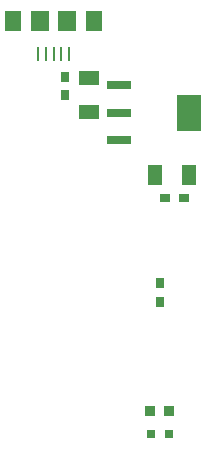
<source format=gtp>
%FSLAX25Y25*%
%MOIN*%
G70*
G01*
G75*
G04 Layer_Color=8421504*
%ADD10R,0.03150X0.03150*%
%ADD11R,0.03937X0.03937*%
%ADD12R,0.03740X0.03937*%
%ADD13O,0.01575X0.05906*%
%ADD14R,0.07087X0.07480*%
%ADD15R,0.06299X0.07480*%
%ADD16R,0.07284X0.05315*%
%ADD17R,0.05315X0.07284*%
%ADD18R,0.03937X0.03740*%
%ADD19R,0.08661X0.12992*%
%ADD20R,0.08661X0.03740*%
%ADD21C,0.01969*%
%ADD22C,0.00787*%
%ADD23C,0.01181*%
%ADD24C,0.03937*%
%ADD25O,0.04724X0.07480*%
%ADD26O,0.04134X0.04921*%
%ADD27C,0.07087*%
%ADD28O,0.03937X0.04724*%
%ADD29P,0.06494X8X202.5*%
%ADD30R,0.06000X0.06000*%
%ADD31C,0.23622*%
%ADD32C,0.04724*%
%ADD33C,0.02362*%
%ADD34R,0.03937X0.03937*%
%ADD35C,0.02362*%
%ADD36C,0.00984*%
%ADD37C,0.01000*%
%ADD38C,0.00591*%
%ADD39C,0.00492*%
%ADD40R,0.02559X0.02559*%
%ADD41R,0.03347X0.03347*%
%ADD42R,0.03150X0.03347*%
%ADD43O,0.00984X0.05315*%
%ADD44R,0.06496X0.06890*%
%ADD45R,0.05709X0.06890*%
%ADD46R,0.06693X0.04724*%
%ADD47R,0.04724X0.06693*%
%ADD48R,0.03347X0.03150*%
%ADD49R,0.08071X0.12402*%
%ADD50R,0.08071X0.03150*%
D40*
X60039Y-55118D02*
D03*
X65945D02*
D03*
D41*
X59842Y-47244D02*
D03*
X66142D02*
D03*
D42*
X62992Y-4724D02*
D03*
Y-11024D02*
D03*
X31496Y64173D02*
D03*
Y57874D02*
D03*
D43*
X27559Y71653D02*
D03*
X25000D02*
D03*
X22441D02*
D03*
X30118D02*
D03*
X32677D02*
D03*
D44*
X23031Y82677D02*
D03*
X32087D02*
D03*
D45*
X14173D02*
D03*
X40945D02*
D03*
D46*
X39370Y63681D02*
D03*
Y52461D02*
D03*
D47*
X61319Y31496D02*
D03*
X72539D02*
D03*
D48*
X64764Y23622D02*
D03*
X71063D02*
D03*
D49*
X72835Y52165D02*
D03*
D50*
X49213Y43110D02*
D03*
Y52165D02*
D03*
Y61221D02*
D03*
M02*

</source>
